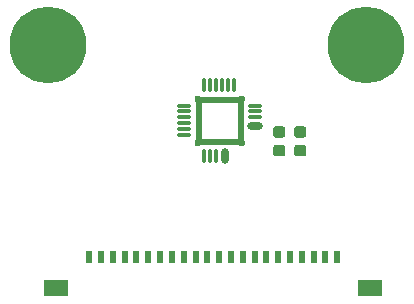
<source format=gbr>
%TF.GenerationSoftware,KiCad,Pcbnew,(5.1.6)-1*%
%TF.CreationDate,2020-10-09T22:51:26+02:00*%
%TF.ProjectId,PCB_Sensor_Array,5043425f-5365-46e7-936f-725f41727261,rev?*%
%TF.SameCoordinates,Original*%
%TF.FileFunction,Soldermask,Top*%
%TF.FilePolarity,Negative*%
%FSLAX46Y46*%
G04 Gerber Fmt 4.6, Leading zero omitted, Abs format (unit mm)*
G04 Created by KiCad (PCBNEW (5.1.6)-1) date 2020-10-09 22:51:26*
%MOMM*%
%LPD*%
G01*
G04 APERTURE LIST*
%ADD10C,0.900000*%
%ADD11C,6.500000*%
%ADD12R,0.500000X1.100000*%
%ADD13R,2.100000X1.400000*%
%ADD14C,0.600000*%
%ADD15R,4.100000X0.510000*%
%ADD16R,0.510000X4.100000*%
%ADD17O,0.350000X1.350000*%
%ADD18O,1.350000X0.350000*%
%ADD19O,1.350000X0.600000*%
%ADD20O,0.650000X1.350000*%
G04 APERTURE END LIST*
D10*
%TO.C,H2*%
X114727056Y-62818944D03*
X113030000Y-62116000D03*
X111332944Y-62818944D03*
X110630000Y-64516000D03*
X111332944Y-66213056D03*
X113030000Y-66916000D03*
X114727056Y-66213056D03*
X115430000Y-64516000D03*
D11*
X113030000Y-64516000D03*
%TD*%
D10*
%TO.C,H1*%
X87803056Y-62818944D03*
X86106000Y-62116000D03*
X84408944Y-62818944D03*
X83706000Y-64516000D03*
X84408944Y-66213056D03*
X86106000Y-66916000D03*
X87803056Y-66213056D03*
X88506000Y-64516000D03*
D11*
X86106000Y-64516000D03*
%TD*%
%TO.C,C2*%
G36*
G01*
X105382750Y-72944000D02*
X105945250Y-72944000D01*
G75*
G02*
X106189000Y-73187750I0J-243750D01*
G01*
X106189000Y-73675250D01*
G75*
G02*
X105945250Y-73919000I-243750J0D01*
G01*
X105382750Y-73919000D01*
G75*
G02*
X105139000Y-73675250I0J243750D01*
G01*
X105139000Y-73187750D01*
G75*
G02*
X105382750Y-72944000I243750J0D01*
G01*
G37*
G36*
G01*
X105382750Y-71369000D02*
X105945250Y-71369000D01*
G75*
G02*
X106189000Y-71612750I0J-243750D01*
G01*
X106189000Y-72100250D01*
G75*
G02*
X105945250Y-72344000I-243750J0D01*
G01*
X105382750Y-72344000D01*
G75*
G02*
X105139000Y-72100250I0J243750D01*
G01*
X105139000Y-71612750D01*
G75*
G02*
X105382750Y-71369000I243750J0D01*
G01*
G37*
%TD*%
%TO.C,C1*%
G36*
G01*
X107160750Y-72944000D02*
X107723250Y-72944000D01*
G75*
G02*
X107967000Y-73187750I0J-243750D01*
G01*
X107967000Y-73675250D01*
G75*
G02*
X107723250Y-73919000I-243750J0D01*
G01*
X107160750Y-73919000D01*
G75*
G02*
X106917000Y-73675250I0J243750D01*
G01*
X106917000Y-73187750D01*
G75*
G02*
X107160750Y-72944000I243750J0D01*
G01*
G37*
G36*
G01*
X107160750Y-71369000D02*
X107723250Y-71369000D01*
G75*
G02*
X107967000Y-71612750I0J-243750D01*
G01*
X107967000Y-72100250D01*
G75*
G02*
X107723250Y-72344000I-243750J0D01*
G01*
X107160750Y-72344000D01*
G75*
G02*
X106917000Y-72100250I0J243750D01*
G01*
X106917000Y-71612750D01*
G75*
G02*
X107160750Y-71369000I243750J0D01*
G01*
G37*
%TD*%
D12*
%TO.C,J1*%
X110576000Y-82402000D03*
X109576000Y-82402000D03*
X108576000Y-82402000D03*
X107576000Y-82402000D03*
X106576000Y-82402000D03*
X105576000Y-82402000D03*
X104576000Y-82402000D03*
X103576000Y-82402000D03*
X102576000Y-82402000D03*
X101576000Y-82402000D03*
X100576000Y-82402000D03*
X99576000Y-82402000D03*
X98576000Y-82402000D03*
X97576000Y-82402000D03*
X96576000Y-82402000D03*
X95576000Y-82402000D03*
X94576000Y-82402000D03*
X93576000Y-82402000D03*
X92576000Y-82402000D03*
X91576000Y-82402000D03*
X90576000Y-82402000D03*
X89576000Y-82402000D03*
D13*
X113376000Y-85102000D03*
X86776000Y-85102000D03*
%TD*%
D14*
%TO.C,U1*%
X98764000Y-69056000D03*
X98774000Y-72806000D03*
X102544000Y-72786000D03*
X102484000Y-69066000D03*
D15*
X100644000Y-72726000D03*
X100644000Y-69116000D03*
D16*
X102444000Y-70916000D03*
X98844000Y-70926000D03*
D17*
X99334000Y-67866000D03*
X99834000Y-67866000D03*
X100334000Y-67866000D03*
X100834000Y-67866000D03*
X101334000Y-67866000D03*
X101834000Y-67866000D03*
D18*
X103584000Y-69616000D03*
X103584000Y-70116000D03*
X103584000Y-70616000D03*
D19*
X103584000Y-71366000D03*
D20*
X101084000Y-73866000D03*
D17*
X100334000Y-73866000D03*
X99834000Y-73866000D03*
X99334000Y-73866000D03*
D18*
X97584000Y-72116000D03*
X97584000Y-71616000D03*
X97584000Y-71116000D03*
X97584000Y-70616000D03*
X97584000Y-70116000D03*
X97584000Y-69616000D03*
%TD*%
M02*

</source>
